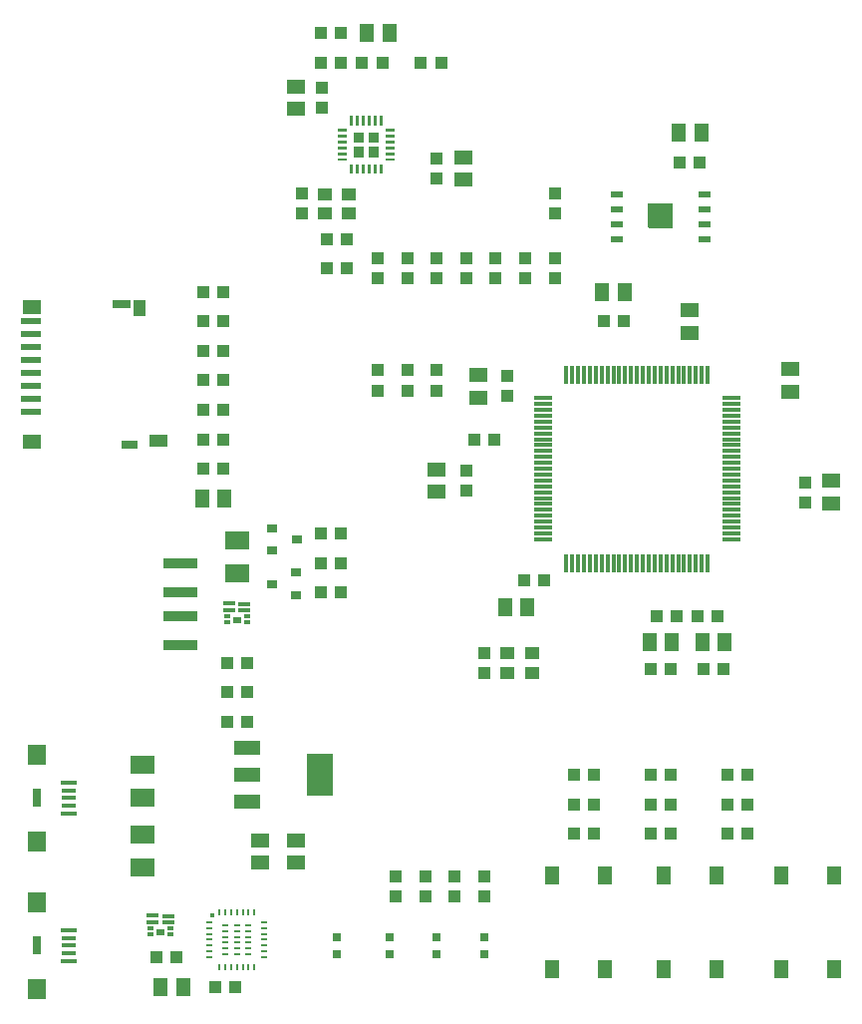
<source format=gbr>
G04 EAGLE Gerber RS-274X export*
G75*
%MOMM*%
%FSLAX34Y34*%
%LPD*%
%INSolderpaste Top*%
%IPPOS*%
%AMOC8*
5,1,8,0,0,1.08239X$1,22.5*%
G01*
%ADD10R,1.100000X1.000000*%
%ADD11R,1.300000X1.500000*%
%ADD12R,1.000000X1.100000*%
%ADD13R,1.500000X1.300000*%
%ADD14R,1.450000X0.400000*%
%ADD15R,1.500000X1.800000*%
%ADD16R,0.700000X1.500000*%
%ADD17R,1.250000X0.300000*%
%ADD18R,3.000000X0.900000*%
%ADD19R,0.889000X0.787400*%
%ADD20R,0.900000X0.800000*%
%ADD21R,1.000000X0.300000*%
%ADD22R,0.600000X0.300000*%
%ADD23R,0.700000X0.540000*%
%ADD24R,1.000000X0.400000*%
%ADD25R,1.750000X0.600000*%
%ADD26R,1.500000X0.800000*%
%ADD27R,1.000000X1.450000*%
%ADD28R,1.400000X0.800000*%
%ADD29R,1.550000X1.000000*%
%ADD30R,1.050000X0.570000*%
%ADD31R,1.500000X0.300000*%
%ADD32R,0.300000X1.500000*%
%ADD33R,2.235200X1.219200*%
%ADD34R,2.200000X3.600000*%
%ADD35R,2.000000X1.600000*%
%ADD36R,1.300000X1.100000*%
%ADD37R,0.560000X0.260000*%
%ADD38R,0.260000X0.560000*%
%ADD39R,0.400000X0.400000*%
%ADD40R,0.800000X0.800000*%
%ADD41R,1.300000X1.550000*%

G36*
X560065Y669377D02*
X560065Y669377D01*
X560131Y669379D01*
X560174Y669397D01*
X560221Y669405D01*
X560278Y669439D01*
X560338Y669464D01*
X560373Y669495D01*
X560414Y669520D01*
X560456Y669571D01*
X560504Y669615D01*
X560526Y669657D01*
X560555Y669694D01*
X560576Y669756D01*
X560607Y669815D01*
X560615Y669869D01*
X560627Y669906D01*
X560626Y669946D01*
X560634Y670000D01*
X560634Y690000D01*
X560623Y690065D01*
X560621Y690131D01*
X560603Y690174D01*
X560595Y690221D01*
X560561Y690278D01*
X560536Y690338D01*
X560505Y690373D01*
X560480Y690414D01*
X560429Y690456D01*
X560385Y690504D01*
X560343Y690526D01*
X560306Y690555D01*
X560244Y690576D01*
X560185Y690607D01*
X560131Y690615D01*
X560094Y690627D01*
X560054Y690626D01*
X560000Y690634D01*
X540000Y690634D01*
X539935Y690623D01*
X539869Y690621D01*
X539826Y690603D01*
X539779Y690595D01*
X539722Y690561D01*
X539662Y690536D01*
X539627Y690505D01*
X539586Y690480D01*
X539545Y690429D01*
X539496Y690385D01*
X539474Y690343D01*
X539445Y690306D01*
X539424Y690244D01*
X539393Y690185D01*
X539385Y690131D01*
X539373Y690094D01*
X539374Y690054D01*
X539366Y690000D01*
X539366Y670000D01*
X539377Y669935D01*
X539379Y669869D01*
X539397Y669826D01*
X539405Y669779D01*
X539439Y669722D01*
X539464Y669662D01*
X539495Y669627D01*
X539520Y669586D01*
X539571Y669545D01*
X539615Y669496D01*
X539657Y669474D01*
X539694Y669445D01*
X539756Y669424D01*
X539815Y669393D01*
X539869Y669385D01*
X539906Y669373D01*
X539946Y669374D01*
X540000Y669366D01*
X560000Y669366D01*
X560065Y669377D01*
G37*
G36*
X310065Y741877D02*
X310065Y741877D01*
X310131Y741879D01*
X310174Y741897D01*
X310221Y741905D01*
X310278Y741939D01*
X310338Y741964D01*
X310373Y741995D01*
X310414Y742020D01*
X310456Y742071D01*
X310504Y742115D01*
X310526Y742157D01*
X310555Y742194D01*
X310576Y742256D01*
X310607Y742315D01*
X310615Y742369D01*
X310627Y742406D01*
X310626Y742446D01*
X310634Y742500D01*
X310634Y750000D01*
X310623Y750065D01*
X310621Y750131D01*
X310603Y750174D01*
X310595Y750221D01*
X310561Y750278D01*
X310536Y750338D01*
X310505Y750373D01*
X310480Y750414D01*
X310429Y750456D01*
X310385Y750504D01*
X310343Y750526D01*
X310306Y750555D01*
X310244Y750576D01*
X310185Y750607D01*
X310131Y750615D01*
X310094Y750627D01*
X310054Y750626D01*
X310000Y750634D01*
X302500Y750634D01*
X302435Y750623D01*
X302369Y750621D01*
X302326Y750603D01*
X302279Y750595D01*
X302222Y750561D01*
X302162Y750536D01*
X302127Y750505D01*
X302086Y750480D01*
X302045Y750429D01*
X301996Y750385D01*
X301974Y750343D01*
X301945Y750306D01*
X301924Y750244D01*
X301893Y750185D01*
X301885Y750131D01*
X301873Y750094D01*
X301874Y750054D01*
X301866Y750000D01*
X301866Y742500D01*
X301877Y742435D01*
X301879Y742369D01*
X301897Y742326D01*
X301905Y742279D01*
X301939Y742222D01*
X301964Y742162D01*
X301995Y742127D01*
X302020Y742086D01*
X302071Y742045D01*
X302115Y741996D01*
X302157Y741974D01*
X302194Y741945D01*
X302256Y741924D01*
X302315Y741893D01*
X302369Y741885D01*
X302406Y741873D01*
X302446Y741874D01*
X302500Y741866D01*
X310000Y741866D01*
X310065Y741877D01*
G37*
G36*
X297565Y741877D02*
X297565Y741877D01*
X297631Y741879D01*
X297674Y741897D01*
X297721Y741905D01*
X297778Y741939D01*
X297838Y741964D01*
X297873Y741995D01*
X297914Y742020D01*
X297956Y742071D01*
X298004Y742115D01*
X298026Y742157D01*
X298055Y742194D01*
X298076Y742256D01*
X298107Y742315D01*
X298115Y742369D01*
X298127Y742406D01*
X298126Y742446D01*
X298134Y742500D01*
X298134Y750000D01*
X298123Y750065D01*
X298121Y750131D01*
X298103Y750174D01*
X298095Y750221D01*
X298061Y750278D01*
X298036Y750338D01*
X298005Y750373D01*
X297980Y750414D01*
X297929Y750456D01*
X297885Y750504D01*
X297843Y750526D01*
X297806Y750555D01*
X297744Y750576D01*
X297685Y750607D01*
X297631Y750615D01*
X297594Y750627D01*
X297554Y750626D01*
X297500Y750634D01*
X290000Y750634D01*
X289935Y750623D01*
X289869Y750621D01*
X289826Y750603D01*
X289779Y750595D01*
X289722Y750561D01*
X289662Y750536D01*
X289627Y750505D01*
X289586Y750480D01*
X289545Y750429D01*
X289496Y750385D01*
X289474Y750343D01*
X289445Y750306D01*
X289424Y750244D01*
X289393Y750185D01*
X289385Y750131D01*
X289373Y750094D01*
X289374Y750054D01*
X289366Y750000D01*
X289366Y742500D01*
X289377Y742435D01*
X289379Y742369D01*
X289397Y742326D01*
X289405Y742279D01*
X289439Y742222D01*
X289464Y742162D01*
X289495Y742127D01*
X289520Y742086D01*
X289571Y742045D01*
X289615Y741996D01*
X289657Y741974D01*
X289694Y741945D01*
X289756Y741924D01*
X289815Y741893D01*
X289869Y741885D01*
X289906Y741873D01*
X289946Y741874D01*
X290000Y741866D01*
X297500Y741866D01*
X297565Y741877D01*
G37*
G36*
X297565Y729377D02*
X297565Y729377D01*
X297631Y729379D01*
X297674Y729397D01*
X297721Y729405D01*
X297778Y729439D01*
X297838Y729464D01*
X297873Y729495D01*
X297914Y729520D01*
X297956Y729571D01*
X298004Y729615D01*
X298026Y729657D01*
X298055Y729694D01*
X298076Y729756D01*
X298107Y729815D01*
X298115Y729869D01*
X298127Y729906D01*
X298126Y729946D01*
X298134Y730000D01*
X298134Y737500D01*
X298123Y737565D01*
X298121Y737631D01*
X298103Y737674D01*
X298095Y737721D01*
X298061Y737778D01*
X298036Y737838D01*
X298005Y737873D01*
X297980Y737914D01*
X297929Y737956D01*
X297885Y738004D01*
X297843Y738026D01*
X297806Y738055D01*
X297744Y738076D01*
X297685Y738107D01*
X297631Y738115D01*
X297594Y738127D01*
X297554Y738126D01*
X297500Y738134D01*
X290000Y738134D01*
X289935Y738123D01*
X289869Y738121D01*
X289826Y738103D01*
X289779Y738095D01*
X289722Y738061D01*
X289662Y738036D01*
X289627Y738005D01*
X289586Y737980D01*
X289545Y737929D01*
X289496Y737885D01*
X289474Y737843D01*
X289445Y737806D01*
X289424Y737744D01*
X289393Y737685D01*
X289385Y737631D01*
X289373Y737594D01*
X289374Y737554D01*
X289366Y737500D01*
X289366Y730000D01*
X289377Y729935D01*
X289379Y729869D01*
X289397Y729826D01*
X289405Y729779D01*
X289439Y729722D01*
X289464Y729662D01*
X289495Y729627D01*
X289520Y729586D01*
X289571Y729545D01*
X289615Y729496D01*
X289657Y729474D01*
X289694Y729445D01*
X289756Y729424D01*
X289815Y729393D01*
X289869Y729385D01*
X289906Y729373D01*
X289946Y729374D01*
X290000Y729366D01*
X297500Y729366D01*
X297565Y729377D01*
G37*
G36*
X310065Y729377D02*
X310065Y729377D01*
X310131Y729379D01*
X310174Y729397D01*
X310221Y729405D01*
X310278Y729439D01*
X310338Y729464D01*
X310373Y729495D01*
X310414Y729520D01*
X310456Y729571D01*
X310504Y729615D01*
X310526Y729657D01*
X310555Y729694D01*
X310576Y729756D01*
X310607Y729815D01*
X310615Y729869D01*
X310627Y729906D01*
X310626Y729946D01*
X310634Y730000D01*
X310634Y737500D01*
X310623Y737565D01*
X310621Y737631D01*
X310603Y737674D01*
X310595Y737721D01*
X310561Y737778D01*
X310536Y737838D01*
X310505Y737873D01*
X310480Y737914D01*
X310429Y737956D01*
X310385Y738004D01*
X310343Y738026D01*
X310306Y738055D01*
X310244Y738076D01*
X310185Y738107D01*
X310131Y738115D01*
X310094Y738127D01*
X310054Y738126D01*
X310000Y738134D01*
X302500Y738134D01*
X302435Y738123D01*
X302369Y738121D01*
X302326Y738103D01*
X302279Y738095D01*
X302222Y738061D01*
X302162Y738036D01*
X302127Y738005D01*
X302086Y737980D01*
X302045Y737929D01*
X301996Y737885D01*
X301974Y737843D01*
X301945Y737806D01*
X301924Y737744D01*
X301893Y737685D01*
X301885Y737631D01*
X301873Y737594D01*
X301874Y737554D01*
X301866Y737500D01*
X301866Y730000D01*
X301877Y729935D01*
X301879Y729869D01*
X301897Y729826D01*
X301905Y729779D01*
X301939Y729722D01*
X301964Y729662D01*
X301995Y729627D01*
X302020Y729586D01*
X302071Y729545D01*
X302115Y729496D01*
X302157Y729474D01*
X302194Y729445D01*
X302256Y729424D01*
X302315Y729393D01*
X302369Y729385D01*
X302406Y729373D01*
X302446Y729374D01*
X302500Y729366D01*
X310000Y729366D01*
X310065Y729377D01*
G37*
G36*
X308747Y756587D02*
X308747Y756587D01*
X308742Y756594D01*
X308749Y756600D01*
X308749Y764400D01*
X308713Y764447D01*
X308706Y764442D01*
X308700Y764449D01*
X306300Y764449D01*
X306253Y764413D01*
X306258Y764406D01*
X306251Y764400D01*
X306251Y756600D01*
X306287Y756553D01*
X306294Y756558D01*
X306300Y756551D01*
X308700Y756551D01*
X308747Y756587D01*
G37*
G36*
X303747Y756587D02*
X303747Y756587D01*
X303742Y756594D01*
X303749Y756600D01*
X303749Y764400D01*
X303713Y764447D01*
X303706Y764442D01*
X303700Y764449D01*
X301300Y764449D01*
X301253Y764413D01*
X301258Y764406D01*
X301251Y764400D01*
X301251Y756600D01*
X301287Y756553D01*
X301294Y756558D01*
X301300Y756551D01*
X303700Y756551D01*
X303747Y756587D01*
G37*
G36*
X293747Y756587D02*
X293747Y756587D01*
X293742Y756594D01*
X293749Y756600D01*
X293749Y764400D01*
X293713Y764447D01*
X293706Y764442D01*
X293700Y764449D01*
X291300Y764449D01*
X291253Y764413D01*
X291258Y764406D01*
X291251Y764400D01*
X291251Y756600D01*
X291287Y756553D01*
X291294Y756558D01*
X291300Y756551D01*
X293700Y756551D01*
X293747Y756587D01*
G37*
G36*
X288747Y756587D02*
X288747Y756587D01*
X288742Y756594D01*
X288749Y756600D01*
X288749Y764400D01*
X288713Y764447D01*
X288706Y764442D01*
X288700Y764449D01*
X286300Y764449D01*
X286253Y764413D01*
X286258Y764406D01*
X286251Y764400D01*
X286251Y756600D01*
X286287Y756553D01*
X286294Y756558D01*
X286300Y756551D01*
X288700Y756551D01*
X288747Y756587D01*
G37*
G36*
X298747Y756587D02*
X298747Y756587D01*
X298742Y756594D01*
X298749Y756600D01*
X298749Y764400D01*
X298713Y764447D01*
X298706Y764442D01*
X298700Y764449D01*
X296300Y764449D01*
X296253Y764413D01*
X296258Y764406D01*
X296251Y764400D01*
X296251Y756600D01*
X296287Y756553D01*
X296294Y756558D01*
X296300Y756551D01*
X298700Y756551D01*
X298747Y756587D01*
G37*
G36*
X313747Y756587D02*
X313747Y756587D01*
X313742Y756594D01*
X313749Y756600D01*
X313749Y764400D01*
X313713Y764447D01*
X313706Y764442D01*
X313700Y764449D01*
X311300Y764449D01*
X311253Y764413D01*
X311258Y764406D01*
X311251Y764400D01*
X311251Y756600D01*
X311287Y756553D01*
X311294Y756558D01*
X311300Y756551D01*
X313700Y756551D01*
X313747Y756587D01*
G37*
G36*
X283447Y751287D02*
X283447Y751287D01*
X283442Y751294D01*
X283449Y751300D01*
X283449Y753700D01*
X283413Y753747D01*
X283406Y753742D01*
X283400Y753749D01*
X275600Y753749D01*
X275553Y753713D01*
X275558Y753706D01*
X275551Y753700D01*
X275551Y751300D01*
X275587Y751253D01*
X275594Y751258D01*
X275600Y751251D01*
X283400Y751251D01*
X283447Y751287D01*
G37*
G36*
X324447Y751287D02*
X324447Y751287D01*
X324442Y751294D01*
X324449Y751300D01*
X324449Y753700D01*
X324413Y753747D01*
X324406Y753742D01*
X324400Y753749D01*
X316600Y753749D01*
X316553Y753713D01*
X316558Y753706D01*
X316551Y753700D01*
X316551Y751300D01*
X316587Y751253D01*
X316594Y751258D01*
X316600Y751251D01*
X324400Y751251D01*
X324447Y751287D01*
G37*
G36*
X283447Y746287D02*
X283447Y746287D01*
X283442Y746294D01*
X283449Y746300D01*
X283449Y748700D01*
X283413Y748747D01*
X283406Y748742D01*
X283400Y748749D01*
X275600Y748749D01*
X275553Y748713D01*
X275558Y748706D01*
X275551Y748700D01*
X275551Y746300D01*
X275587Y746253D01*
X275594Y746258D01*
X275600Y746251D01*
X283400Y746251D01*
X283447Y746287D01*
G37*
G36*
X324447Y746287D02*
X324447Y746287D01*
X324442Y746294D01*
X324449Y746300D01*
X324449Y748700D01*
X324413Y748747D01*
X324406Y748742D01*
X324400Y748749D01*
X316600Y748749D01*
X316553Y748713D01*
X316558Y748706D01*
X316551Y748700D01*
X316551Y746300D01*
X316587Y746253D01*
X316594Y746258D01*
X316600Y746251D01*
X324400Y746251D01*
X324447Y746287D01*
G37*
G36*
X283447Y741287D02*
X283447Y741287D01*
X283442Y741294D01*
X283449Y741300D01*
X283449Y743700D01*
X283413Y743747D01*
X283406Y743742D01*
X283400Y743749D01*
X275600Y743749D01*
X275553Y743713D01*
X275558Y743706D01*
X275551Y743700D01*
X275551Y741300D01*
X275587Y741253D01*
X275594Y741258D01*
X275600Y741251D01*
X283400Y741251D01*
X283447Y741287D01*
G37*
G36*
X324447Y741287D02*
X324447Y741287D01*
X324442Y741294D01*
X324449Y741300D01*
X324449Y743700D01*
X324413Y743747D01*
X324406Y743742D01*
X324400Y743749D01*
X316600Y743749D01*
X316553Y743713D01*
X316558Y743706D01*
X316551Y743700D01*
X316551Y741300D01*
X316587Y741253D01*
X316594Y741258D01*
X316600Y741251D01*
X324400Y741251D01*
X324447Y741287D01*
G37*
G36*
X324447Y736287D02*
X324447Y736287D01*
X324442Y736294D01*
X324449Y736300D01*
X324449Y738700D01*
X324413Y738747D01*
X324406Y738742D01*
X324400Y738749D01*
X316600Y738749D01*
X316553Y738713D01*
X316558Y738706D01*
X316551Y738700D01*
X316551Y736300D01*
X316587Y736253D01*
X316594Y736258D01*
X316600Y736251D01*
X324400Y736251D01*
X324447Y736287D01*
G37*
G36*
X283447Y736287D02*
X283447Y736287D01*
X283442Y736294D01*
X283449Y736300D01*
X283449Y738700D01*
X283413Y738747D01*
X283406Y738742D01*
X283400Y738749D01*
X275600Y738749D01*
X275553Y738713D01*
X275558Y738706D01*
X275551Y738700D01*
X275551Y736300D01*
X275587Y736253D01*
X275594Y736258D01*
X275600Y736251D01*
X283400Y736251D01*
X283447Y736287D01*
G37*
G36*
X324447Y731287D02*
X324447Y731287D01*
X324442Y731294D01*
X324449Y731300D01*
X324449Y733700D01*
X324413Y733747D01*
X324406Y733742D01*
X324400Y733749D01*
X316600Y733749D01*
X316553Y733713D01*
X316558Y733706D01*
X316551Y733700D01*
X316551Y731300D01*
X316587Y731253D01*
X316594Y731258D01*
X316600Y731251D01*
X324400Y731251D01*
X324447Y731287D01*
G37*
G36*
X283447Y731287D02*
X283447Y731287D01*
X283442Y731294D01*
X283449Y731300D01*
X283449Y733700D01*
X283413Y733747D01*
X283406Y733742D01*
X283400Y733749D01*
X275600Y733749D01*
X275553Y733713D01*
X275558Y733706D01*
X275551Y733700D01*
X275551Y731300D01*
X275587Y731253D01*
X275594Y731258D01*
X275600Y731251D01*
X283400Y731251D01*
X283447Y731287D01*
G37*
G36*
X324447Y726287D02*
X324447Y726287D01*
X324442Y726294D01*
X324449Y726300D01*
X324449Y728700D01*
X324413Y728747D01*
X324406Y728742D01*
X324400Y728749D01*
X316600Y728749D01*
X316553Y728713D01*
X316558Y728706D01*
X316551Y728700D01*
X316551Y726300D01*
X316587Y726253D01*
X316594Y726258D01*
X316600Y726251D01*
X324400Y726251D01*
X324447Y726287D01*
G37*
G36*
X283447Y726287D02*
X283447Y726287D01*
X283442Y726294D01*
X283449Y726300D01*
X283449Y728700D01*
X283413Y728747D01*
X283406Y728742D01*
X283400Y728749D01*
X275600Y728749D01*
X275553Y728713D01*
X275558Y728706D01*
X275551Y728700D01*
X275551Y726300D01*
X275587Y726253D01*
X275594Y726258D01*
X275600Y726251D01*
X283400Y726251D01*
X283447Y726287D01*
G37*
G36*
X303747Y715587D02*
X303747Y715587D01*
X303742Y715594D01*
X303749Y715600D01*
X303749Y723400D01*
X303713Y723447D01*
X303706Y723442D01*
X303700Y723449D01*
X301300Y723449D01*
X301253Y723413D01*
X301258Y723406D01*
X301251Y723400D01*
X301251Y715600D01*
X301287Y715553D01*
X301294Y715558D01*
X301300Y715551D01*
X303700Y715551D01*
X303747Y715587D01*
G37*
G36*
X298747Y715587D02*
X298747Y715587D01*
X298742Y715594D01*
X298749Y715600D01*
X298749Y723400D01*
X298713Y723447D01*
X298706Y723442D01*
X298700Y723449D01*
X296300Y723449D01*
X296253Y723413D01*
X296258Y723406D01*
X296251Y723400D01*
X296251Y715600D01*
X296287Y715553D01*
X296294Y715558D01*
X296300Y715551D01*
X298700Y715551D01*
X298747Y715587D01*
G37*
G36*
X308747Y715587D02*
X308747Y715587D01*
X308742Y715594D01*
X308749Y715600D01*
X308749Y723400D01*
X308713Y723447D01*
X308706Y723442D01*
X308700Y723449D01*
X306300Y723449D01*
X306253Y723413D01*
X306258Y723406D01*
X306251Y723400D01*
X306251Y715600D01*
X306287Y715553D01*
X306294Y715558D01*
X306300Y715551D01*
X308700Y715551D01*
X308747Y715587D01*
G37*
G36*
X313747Y715587D02*
X313747Y715587D01*
X313742Y715594D01*
X313749Y715600D01*
X313749Y723400D01*
X313713Y723447D01*
X313706Y723442D01*
X313700Y723449D01*
X311300Y723449D01*
X311253Y723413D01*
X311258Y723406D01*
X311251Y723400D01*
X311251Y715600D01*
X311287Y715553D01*
X311294Y715558D01*
X311300Y715551D01*
X313700Y715551D01*
X313747Y715587D01*
G37*
G36*
X293747Y715587D02*
X293747Y715587D01*
X293742Y715594D01*
X293749Y715600D01*
X293749Y723400D01*
X293713Y723447D01*
X293706Y723442D01*
X293700Y723449D01*
X291300Y723449D01*
X291253Y723413D01*
X291258Y723406D01*
X291251Y723400D01*
X291251Y715600D01*
X291287Y715553D01*
X291294Y715558D01*
X291300Y715551D01*
X293700Y715551D01*
X293747Y715587D01*
G37*
G36*
X288747Y715587D02*
X288747Y715587D01*
X288742Y715594D01*
X288749Y715600D01*
X288749Y723400D01*
X288713Y723447D01*
X288706Y723442D01*
X288700Y723449D01*
X286300Y723449D01*
X286253Y723413D01*
X286258Y723406D01*
X286251Y723400D01*
X286251Y715600D01*
X286287Y715553D01*
X286294Y715558D01*
X286300Y715551D01*
X288700Y715551D01*
X288747Y715587D01*
G37*
D10*
X296500Y810000D03*
X313500Y810000D03*
X261500Y810000D03*
X278500Y810000D03*
X161500Y465000D03*
X178500Y465000D03*
D11*
X160500Y440000D03*
X179500Y440000D03*
D10*
X583500Y725000D03*
X566500Y725000D03*
D11*
X584500Y750000D03*
X565500Y750000D03*
D12*
X262500Y771500D03*
X262500Y788500D03*
X360000Y728500D03*
X360000Y711500D03*
D11*
X300500Y835000D03*
X319500Y835000D03*
D13*
X240000Y770500D03*
X240000Y789500D03*
X382500Y729500D03*
X382500Y710500D03*
D10*
X266500Y660000D03*
X283500Y660000D03*
D12*
X245000Y698500D03*
X245000Y681500D03*
D14*
X47150Y198300D03*
X47150Y172300D03*
D15*
X19900Y222140D03*
D16*
X19900Y185300D03*
D15*
X19900Y148460D03*
D17*
X47150Y191800D03*
X47150Y185300D03*
X47150Y178800D03*
D18*
X142120Y360000D03*
X142120Y385000D03*
X142120Y340000D03*
X142120Y315000D03*
D19*
X240160Y357594D03*
X240160Y376898D03*
X219840Y367246D03*
D20*
X220000Y414500D03*
X220000Y395500D03*
X241000Y405000D03*
D12*
X266500Y635000D03*
X283500Y635000D03*
X261500Y410000D03*
X278500Y410000D03*
X161500Y565000D03*
X178500Y565000D03*
X161500Y590000D03*
X178500Y590000D03*
X161500Y615000D03*
X178500Y615000D03*
X161500Y515000D03*
X178500Y515000D03*
X161500Y540000D03*
X178500Y540000D03*
X161500Y490000D03*
X178500Y490000D03*
X346500Y810000D03*
X363500Y810000D03*
D10*
X460000Y643500D03*
X460000Y626500D03*
D12*
X408500Y490000D03*
X391500Y490000D03*
X198500Y300000D03*
X181500Y300000D03*
X181500Y275000D03*
X198500Y275000D03*
X198500Y250000D03*
X181500Y250000D03*
X261500Y360000D03*
X278500Y360000D03*
X278500Y385000D03*
X261500Y385000D03*
D21*
X196500Y350000D03*
X196500Y345000D03*
D22*
X198500Y340000D03*
X198500Y335000D03*
D23*
X190000Y336200D03*
D22*
X181500Y335000D03*
X181500Y340000D03*
D21*
X183500Y345000D03*
D24*
X183500Y350500D03*
D25*
X15000Y590000D03*
X15000Y579000D03*
X15000Y568000D03*
X15000Y557000D03*
X15000Y546000D03*
X15000Y535000D03*
X15000Y524000D03*
X15000Y513000D03*
D13*
X16250Y602000D03*
X16250Y487500D03*
D26*
X92250Y604500D03*
D27*
X107250Y601250D03*
D28*
X98750Y485000D03*
D29*
X123000Y489000D03*
D30*
X512500Y660000D03*
X587500Y660000D03*
X512500Y672700D03*
X512500Y685400D03*
X512500Y698100D03*
X587500Y672700D03*
X587500Y685400D03*
X587500Y698100D03*
D31*
X610000Y405000D03*
X610000Y410000D03*
X610000Y415000D03*
X610000Y420000D03*
X610000Y425000D03*
X610000Y430000D03*
X610000Y435000D03*
X610000Y440000D03*
X610000Y445000D03*
X610000Y450000D03*
X610000Y455000D03*
X610000Y460000D03*
X610000Y465000D03*
X610000Y470000D03*
X610000Y475000D03*
X610000Y480000D03*
X610000Y485000D03*
X610000Y490000D03*
X610000Y495000D03*
X610000Y500000D03*
X610000Y505000D03*
X610000Y510000D03*
X610000Y515000D03*
X610000Y520000D03*
X610000Y525000D03*
D32*
X590000Y545000D03*
X585000Y545000D03*
X580000Y545000D03*
X575000Y545000D03*
X570000Y545000D03*
X565000Y545000D03*
X560000Y545000D03*
X555000Y545000D03*
X550000Y545000D03*
X545000Y545000D03*
X540000Y545000D03*
X535000Y545000D03*
X530000Y545000D03*
X525000Y545000D03*
X520000Y545000D03*
X515000Y545000D03*
X510000Y545000D03*
X505000Y545000D03*
X500000Y545000D03*
X495000Y545000D03*
X490000Y545000D03*
X485000Y545000D03*
X480000Y545000D03*
X475000Y545000D03*
X470000Y545000D03*
D31*
X450000Y525000D03*
X450000Y520000D03*
X450000Y515000D03*
X450000Y510000D03*
X450000Y505000D03*
X450000Y500000D03*
X450000Y495000D03*
X450000Y490000D03*
X450000Y485000D03*
X450000Y480000D03*
X450000Y475000D03*
X450000Y470000D03*
X450000Y465000D03*
X450000Y460000D03*
X450000Y455000D03*
X450000Y450000D03*
X450000Y445000D03*
X450000Y440000D03*
X450000Y435000D03*
X450000Y430000D03*
X450000Y425000D03*
X450000Y420000D03*
X450000Y415000D03*
X450000Y410000D03*
X450000Y405000D03*
D32*
X470000Y385000D03*
X475000Y385000D03*
X480000Y385000D03*
X485000Y385000D03*
X490000Y385000D03*
X495000Y385000D03*
X500000Y385000D03*
X505000Y385000D03*
X510000Y385000D03*
X515000Y385000D03*
X520000Y385000D03*
X525000Y385000D03*
X530000Y385000D03*
X535000Y385000D03*
X540000Y385000D03*
X545000Y385000D03*
X550000Y385000D03*
X555000Y385000D03*
X560000Y385000D03*
X565000Y385000D03*
X570000Y385000D03*
X575000Y385000D03*
X580000Y385000D03*
X585000Y385000D03*
X590000Y385000D03*
D33*
X199012Y228114D03*
X199012Y205000D03*
X199012Y181886D03*
D34*
X260990Y205000D03*
D13*
X210000Y149500D03*
X210000Y130500D03*
X240000Y149500D03*
X240000Y130500D03*
D14*
X47250Y73000D03*
X47250Y47000D03*
D15*
X20000Y96840D03*
D16*
X20000Y60000D03*
D15*
X20000Y23160D03*
D17*
X47250Y66500D03*
X47250Y60000D03*
X47250Y53500D03*
D10*
X546500Y340000D03*
X563500Y340000D03*
D11*
X540500Y317500D03*
X559500Y317500D03*
X519500Y615000D03*
X500500Y615000D03*
D10*
X518500Y590000D03*
X501500Y590000D03*
D13*
X395000Y525500D03*
X395000Y544500D03*
D12*
X420000Y526500D03*
X420000Y543500D03*
D13*
X360000Y464500D03*
X360000Y445500D03*
D12*
X385000Y463500D03*
X385000Y446500D03*
D11*
X437000Y347500D03*
X418000Y347500D03*
D10*
X451000Y370000D03*
X434000Y370000D03*
D11*
X585500Y317500D03*
X604500Y317500D03*
D10*
X581500Y340000D03*
X598500Y340000D03*
D13*
X660000Y530500D03*
X660000Y549500D03*
X575000Y580500D03*
X575000Y599500D03*
X695000Y454500D03*
X695000Y435500D03*
D12*
X672500Y453500D03*
X672500Y436500D03*
X558500Y295000D03*
X541500Y295000D03*
X278500Y835000D03*
X261500Y835000D03*
D35*
X190000Y376000D03*
X190000Y404000D03*
X110000Y214000D03*
X110000Y186000D03*
X110000Y126000D03*
X110000Y154000D03*
D36*
X285500Y698250D03*
X285500Y681750D03*
X264500Y698250D03*
X264500Y681750D03*
D37*
X167000Y80000D03*
X167000Y75000D03*
X167000Y70000D03*
X167000Y65000D03*
X167000Y60000D03*
X167000Y55000D03*
X167000Y50000D03*
D38*
X175000Y42000D03*
X180000Y42000D03*
X185000Y42000D03*
X190000Y42000D03*
X195000Y42000D03*
X200000Y42000D03*
X205000Y42000D03*
D37*
X213000Y50000D03*
X213000Y55000D03*
X213000Y60000D03*
X213000Y65000D03*
X213000Y70000D03*
X213000Y75000D03*
X213000Y80000D03*
D38*
X205000Y88000D03*
X200000Y88000D03*
X195000Y88000D03*
X190000Y88000D03*
X185000Y88000D03*
X180000Y88000D03*
X175000Y88000D03*
D37*
X180000Y77500D03*
X190000Y77500D03*
X200000Y77500D03*
X180000Y72500D03*
X190000Y72500D03*
X200000Y72500D03*
X180000Y67500D03*
X190000Y67500D03*
X200000Y67500D03*
X180000Y62500D03*
X190000Y62500D03*
X200000Y62500D03*
X180000Y57500D03*
X190000Y57500D03*
X200000Y57500D03*
X180000Y52500D03*
X190000Y52500D03*
X200000Y52500D03*
D39*
X169000Y86000D03*
D21*
X131500Y85000D03*
X131500Y80000D03*
D22*
X133500Y75000D03*
X133500Y70000D03*
D23*
X125000Y71200D03*
D22*
X116500Y70000D03*
X116500Y75000D03*
D21*
X118500Y80000D03*
D24*
X118500Y85500D03*
D11*
X144500Y25000D03*
X125500Y25000D03*
D10*
X138500Y50000D03*
X121500Y50000D03*
D40*
X275000Y52500D03*
X275000Y67500D03*
X320000Y52500D03*
X320000Y67500D03*
X360000Y52500D03*
X360000Y67500D03*
X400000Y52500D03*
X400000Y67500D03*
D10*
X325000Y101500D03*
X325000Y118500D03*
X350000Y101500D03*
X350000Y118500D03*
X375000Y101500D03*
X375000Y118500D03*
X400000Y101500D03*
X400000Y118500D03*
X360000Y531500D03*
X360000Y548500D03*
X335000Y531500D03*
X335000Y548500D03*
X310000Y531500D03*
X310000Y548500D03*
X310000Y626500D03*
X310000Y643500D03*
X335000Y626500D03*
X335000Y643500D03*
X435000Y626500D03*
X435000Y643500D03*
X360000Y626500D03*
X360000Y643500D03*
X385000Y626500D03*
X385000Y643500D03*
X410000Y626500D03*
X410000Y643500D03*
D12*
X171500Y25000D03*
X188500Y25000D03*
D41*
X502500Y40250D03*
X502500Y119750D03*
X457500Y40250D03*
X457500Y119750D03*
D10*
X493500Y205000D03*
X476500Y205000D03*
D12*
X493500Y180000D03*
X476500Y180000D03*
X476500Y155000D03*
X493500Y155000D03*
D41*
X597500Y40250D03*
X597500Y119750D03*
X552500Y40250D03*
X552500Y119750D03*
D10*
X558500Y205000D03*
X541500Y205000D03*
D12*
X558500Y180000D03*
X541500Y180000D03*
X541500Y155000D03*
X558500Y155000D03*
D41*
X697500Y40250D03*
X697500Y119750D03*
X652500Y40250D03*
X652500Y119750D03*
D10*
X623500Y205000D03*
X606500Y205000D03*
D12*
X623500Y180000D03*
X606500Y180000D03*
X606500Y155000D03*
X623500Y155000D03*
D36*
X440500Y308250D03*
X440500Y291750D03*
X419500Y308250D03*
X419500Y291750D03*
D12*
X400000Y308500D03*
X400000Y291500D03*
X603500Y295000D03*
X586500Y295000D03*
D10*
X460000Y698500D03*
X460000Y681500D03*
M02*

</source>
